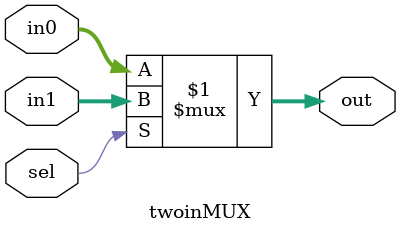
<source format=v>
module twoinMUX#(parameter W = 16)
(
input [W-1:0]in0, in1, 
input sel,
output[W-1:0] out
);
assign out = sel?in1:in0;
endmodule

</source>
